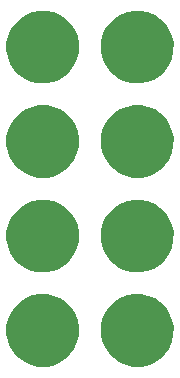
<source format=gts>
%TF.GenerationSoftware,KiCad,Pcbnew,4.0.5-e0-6337~49~ubuntu16.04.1*%
%TF.CreationDate,2017-02-13T23:43:22-08:00*%
%TF.ProjectId,2x4-Cap-Touch-Slider,3278342D4361702D546F7563682D536C,1.0*%
%TF.FileFunction,Soldermask,Top*%
%FSLAX46Y46*%
G04 Gerber Fmt 4.6, Leading zero omitted, Abs format (unit mm)*
G04 Created by KiCad (PCBNEW 4.0.5-e0-6337~49~ubuntu16.04.1) date Mon Feb 13 23:43:22 2017*
%MOMM*%
%LPD*%
G01*
G04 APERTURE LIST*
%ADD10C,0.350000*%
G04 APERTURE END LIST*
D10*
G36*
X25139910Y-68325247D02*
X25730855Y-68446551D01*
X26286998Y-68680332D01*
X26787134Y-69017678D01*
X27212221Y-69445743D01*
X27546066Y-69948221D01*
X27775956Y-70505976D01*
X27893064Y-71097414D01*
X27893064Y-71097424D01*
X27893131Y-71097763D01*
X27883510Y-71786816D01*
X27883433Y-71787154D01*
X27883433Y-71787162D01*
X27749857Y-72375101D01*
X27504485Y-72926216D01*
X27156737Y-73419178D01*
X26719862Y-73835209D01*
X26210500Y-74158461D01*
X25648054Y-74376619D01*
X25053947Y-74481376D01*
X24450803Y-74468742D01*
X23861600Y-74339197D01*
X23308782Y-74097677D01*
X22813407Y-73753382D01*
X22394337Y-73319423D01*
X22067538Y-72812330D01*
X21845456Y-72251414D01*
X21736555Y-71658058D01*
X21744977Y-71054841D01*
X21870406Y-70464747D01*
X22108059Y-69910258D01*
X22448891Y-69412488D01*
X22879912Y-68990400D01*
X23384713Y-68660068D01*
X23944059Y-68434077D01*
X24536645Y-68321036D01*
X25139910Y-68325247D01*
X25139910Y-68325247D01*
G37*
G36*
X33139910Y-68325247D02*
X33730855Y-68446551D01*
X34286998Y-68680332D01*
X34787134Y-69017678D01*
X35212221Y-69445743D01*
X35546066Y-69948221D01*
X35775956Y-70505976D01*
X35893064Y-71097414D01*
X35893064Y-71097424D01*
X35893131Y-71097763D01*
X35883510Y-71786816D01*
X35883433Y-71787154D01*
X35883433Y-71787162D01*
X35749857Y-72375101D01*
X35504485Y-72926216D01*
X35156737Y-73419178D01*
X34719862Y-73835209D01*
X34210500Y-74158461D01*
X33648054Y-74376619D01*
X33053947Y-74481376D01*
X32450803Y-74468742D01*
X31861600Y-74339197D01*
X31308782Y-74097677D01*
X30813407Y-73753382D01*
X30394337Y-73319423D01*
X30067538Y-72812330D01*
X29845456Y-72251414D01*
X29736555Y-71658058D01*
X29744977Y-71054841D01*
X29870406Y-70464747D01*
X30108059Y-69910258D01*
X30448891Y-69412488D01*
X30879912Y-68990400D01*
X31384713Y-68660068D01*
X31944059Y-68434077D01*
X32536645Y-68321036D01*
X33139910Y-68325247D01*
X33139910Y-68325247D01*
G37*
G36*
X25139910Y-60325247D02*
X25730855Y-60446551D01*
X26286998Y-60680332D01*
X26787134Y-61017678D01*
X27212221Y-61445743D01*
X27546066Y-61948221D01*
X27775956Y-62505976D01*
X27893064Y-63097414D01*
X27893064Y-63097424D01*
X27893131Y-63097763D01*
X27883510Y-63786816D01*
X27883433Y-63787154D01*
X27883433Y-63787162D01*
X27749857Y-64375101D01*
X27504485Y-64926216D01*
X27156737Y-65419178D01*
X26719862Y-65835209D01*
X26210500Y-66158461D01*
X25648054Y-66376619D01*
X25053947Y-66481376D01*
X24450803Y-66468742D01*
X23861600Y-66339197D01*
X23308782Y-66097677D01*
X22813407Y-65753382D01*
X22394337Y-65319423D01*
X22067538Y-64812330D01*
X21845456Y-64251414D01*
X21736555Y-63658058D01*
X21744977Y-63054841D01*
X21870406Y-62464747D01*
X22108059Y-61910258D01*
X22448891Y-61412488D01*
X22879912Y-60990400D01*
X23384713Y-60660068D01*
X23944059Y-60434077D01*
X24536645Y-60321036D01*
X25139910Y-60325247D01*
X25139910Y-60325247D01*
G37*
G36*
X33139910Y-60325247D02*
X33730855Y-60446551D01*
X34286998Y-60680332D01*
X34787134Y-61017678D01*
X35212221Y-61445743D01*
X35546066Y-61948221D01*
X35775956Y-62505976D01*
X35893064Y-63097414D01*
X35893064Y-63097424D01*
X35893131Y-63097763D01*
X35883510Y-63786816D01*
X35883433Y-63787154D01*
X35883433Y-63787162D01*
X35749857Y-64375101D01*
X35504485Y-64926216D01*
X35156737Y-65419178D01*
X34719862Y-65835209D01*
X34210500Y-66158461D01*
X33648054Y-66376619D01*
X33053947Y-66481376D01*
X32450803Y-66468742D01*
X31861600Y-66339197D01*
X31308782Y-66097677D01*
X30813407Y-65753382D01*
X30394337Y-65319423D01*
X30067538Y-64812330D01*
X29845456Y-64251414D01*
X29736555Y-63658058D01*
X29744977Y-63054841D01*
X29870406Y-62464747D01*
X30108059Y-61910258D01*
X30448891Y-61412488D01*
X30879912Y-60990400D01*
X31384713Y-60660068D01*
X31944059Y-60434077D01*
X32536645Y-60321036D01*
X33139910Y-60325247D01*
X33139910Y-60325247D01*
G37*
G36*
X25139910Y-52325247D02*
X25730855Y-52446551D01*
X26286998Y-52680332D01*
X26787134Y-53017678D01*
X27212221Y-53445743D01*
X27546066Y-53948221D01*
X27775956Y-54505976D01*
X27893064Y-55097414D01*
X27893064Y-55097424D01*
X27893131Y-55097763D01*
X27883510Y-55786816D01*
X27883433Y-55787154D01*
X27883433Y-55787162D01*
X27749857Y-56375101D01*
X27504485Y-56926216D01*
X27156737Y-57419178D01*
X26719862Y-57835209D01*
X26210500Y-58158461D01*
X25648054Y-58376619D01*
X25053947Y-58481376D01*
X24450803Y-58468742D01*
X23861600Y-58339197D01*
X23308782Y-58097677D01*
X22813407Y-57753382D01*
X22394337Y-57319423D01*
X22067538Y-56812330D01*
X21845456Y-56251414D01*
X21736555Y-55658058D01*
X21744977Y-55054841D01*
X21870406Y-54464747D01*
X22108059Y-53910258D01*
X22448891Y-53412488D01*
X22879912Y-52990400D01*
X23384713Y-52660068D01*
X23944059Y-52434077D01*
X24536645Y-52321036D01*
X25139910Y-52325247D01*
X25139910Y-52325247D01*
G37*
G36*
X33139910Y-52325247D02*
X33730855Y-52446551D01*
X34286998Y-52680332D01*
X34787134Y-53017678D01*
X35212221Y-53445743D01*
X35546066Y-53948221D01*
X35775956Y-54505976D01*
X35893064Y-55097414D01*
X35893064Y-55097424D01*
X35893131Y-55097763D01*
X35883510Y-55786816D01*
X35883433Y-55787154D01*
X35883433Y-55787162D01*
X35749857Y-56375101D01*
X35504485Y-56926216D01*
X35156737Y-57419178D01*
X34719862Y-57835209D01*
X34210500Y-58158461D01*
X33648054Y-58376619D01*
X33053947Y-58481376D01*
X32450803Y-58468742D01*
X31861600Y-58339197D01*
X31308782Y-58097677D01*
X30813407Y-57753382D01*
X30394337Y-57319423D01*
X30067538Y-56812330D01*
X29845456Y-56251414D01*
X29736555Y-55658058D01*
X29744977Y-55054841D01*
X29870406Y-54464747D01*
X30108059Y-53910258D01*
X30448891Y-53412488D01*
X30879912Y-52990400D01*
X31384713Y-52660068D01*
X31944059Y-52434077D01*
X32536645Y-52321036D01*
X33139910Y-52325247D01*
X33139910Y-52325247D01*
G37*
G36*
X25139910Y-44325247D02*
X25730855Y-44446551D01*
X26286998Y-44680332D01*
X26787134Y-45017678D01*
X27212221Y-45445743D01*
X27546066Y-45948221D01*
X27775956Y-46505976D01*
X27893064Y-47097414D01*
X27893064Y-47097424D01*
X27893131Y-47097763D01*
X27883510Y-47786816D01*
X27883433Y-47787154D01*
X27883433Y-47787162D01*
X27749857Y-48375101D01*
X27504485Y-48926216D01*
X27156737Y-49419178D01*
X26719862Y-49835209D01*
X26210500Y-50158461D01*
X25648054Y-50376619D01*
X25053947Y-50481376D01*
X24450803Y-50468742D01*
X23861600Y-50339197D01*
X23308782Y-50097677D01*
X22813407Y-49753382D01*
X22394337Y-49319423D01*
X22067538Y-48812330D01*
X21845456Y-48251414D01*
X21736555Y-47658058D01*
X21744977Y-47054841D01*
X21870406Y-46464747D01*
X22108059Y-45910258D01*
X22448891Y-45412488D01*
X22879912Y-44990400D01*
X23384713Y-44660068D01*
X23944059Y-44434077D01*
X24536645Y-44321036D01*
X25139910Y-44325247D01*
X25139910Y-44325247D01*
G37*
G36*
X33139910Y-44325247D02*
X33730855Y-44446551D01*
X34286998Y-44680332D01*
X34787134Y-45017678D01*
X35212221Y-45445743D01*
X35546066Y-45948221D01*
X35775956Y-46505976D01*
X35893064Y-47097414D01*
X35893064Y-47097424D01*
X35893131Y-47097763D01*
X35883510Y-47786816D01*
X35883433Y-47787154D01*
X35883433Y-47787162D01*
X35749857Y-48375101D01*
X35504485Y-48926216D01*
X35156737Y-49419178D01*
X34719862Y-49835209D01*
X34210500Y-50158461D01*
X33648054Y-50376619D01*
X33053947Y-50481376D01*
X32450803Y-50468742D01*
X31861600Y-50339197D01*
X31308782Y-50097677D01*
X30813407Y-49753382D01*
X30394337Y-49319423D01*
X30067538Y-48812330D01*
X29845456Y-48251414D01*
X29736555Y-47658058D01*
X29744977Y-47054841D01*
X29870406Y-46464747D01*
X30108059Y-45910258D01*
X30448891Y-45412488D01*
X30879912Y-44990400D01*
X31384713Y-44660068D01*
X31944059Y-44434077D01*
X32536645Y-44321036D01*
X33139910Y-44325247D01*
X33139910Y-44325247D01*
G37*
M02*

</source>
